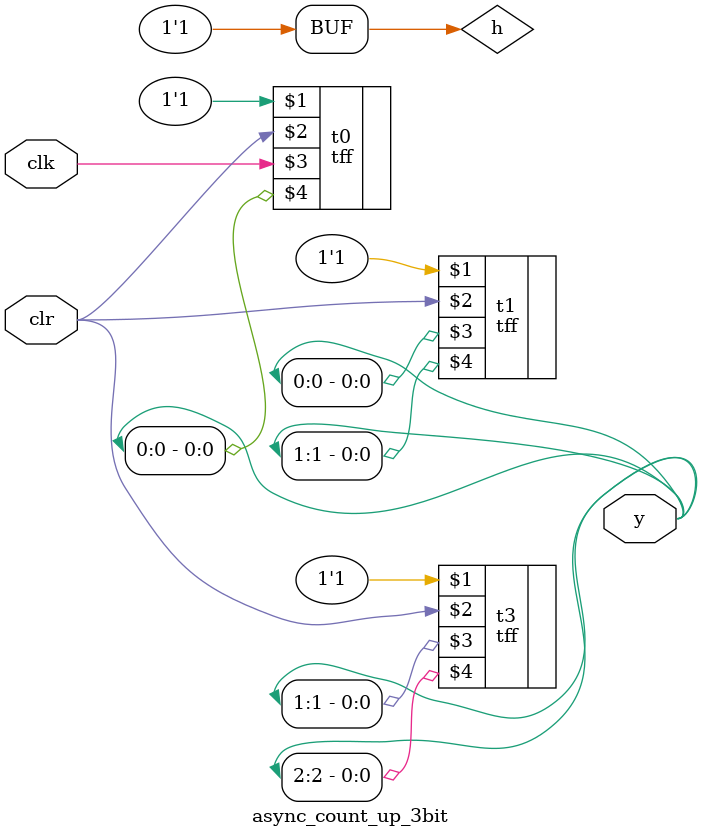
<source format=v>
module async_count_up_3bit
(input clr,clk,
output [2:0]y);

wire h = 1'b1;
tff t0 (h,clr,clk,y[0]);
tff t1 (h,clr,y[0],y[1]);
tff t3 (h,clr,y[1],y[2]);

endmodule 
</source>
